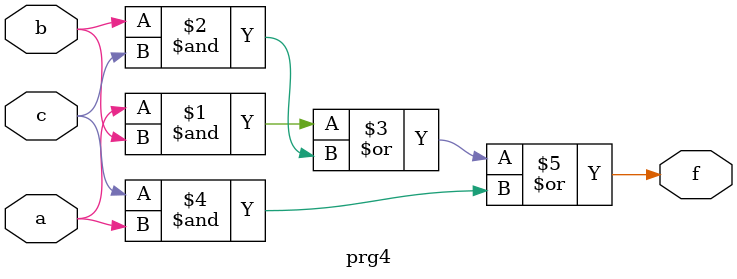
<source format=v>
module prg4(a,b,c,f);
input a,b,c;
output f;
assign f=(a&b)|(b&c)|(c&a);
endmodule

</source>
